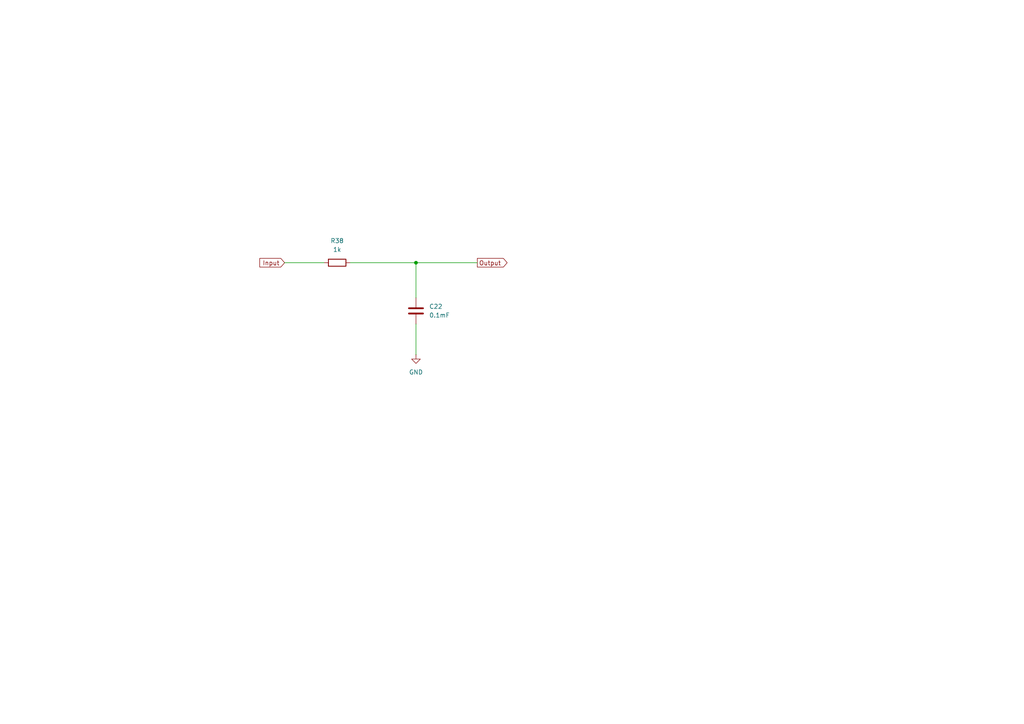
<source format=kicad_sch>
(kicad_sch (version 20231120) (generator "eeschema") (generator_version "8.0")
  (paper "A4")
  (title_block (company "Portland State University") (comment 1 "Open Source Hardware") (comment 2 "Design: Eric Sanman, Sierra Buckley, Chuong Vo, Chris Crider"))
  (lib_symbols
    (symbol "Device:C" (pin_numbers hide) (pin_names (offset 0.254))
      (property "Reference" "C" (at 0.635 2.54 0))
      (property "Value" "C" (at 0.635 -2.54 0))
      (symbol "C_0_1"
        (polyline (pts (xy -2.032 -0.762) (xy 2.032 -0.762)) (stroke (width 0.508)))
        (polyline (pts (xy -2.032 0.762) (xy 2.032 0.762)) (stroke (width 0.508)))
      )
      (symbol "C_1_1"
        (pin passive line (at 0 3.81 270) (length 2.794) (name "~") (number "1"))
        (pin passive line (at 0 -3.81 90) (length 2.794) (name "~") (number "2"))
      )
    )
    (symbol "Device:R" (pin_numbers hide) (pin_names (offset 0))
      (property "Reference" "R" (at 2.032 0 90))
      (property "Value" "R" (at 0 0 90))
      (symbol "R_0_1"
        (rectangle (start -1.016 -2.54) (end 1.016 2.54) (stroke (width 0.254)))
      )
      (symbol "R_1_1"
        (pin passive line (at 0 3.81 270) (length 1.27) (name "~") (number "1"))
        (pin passive line (at 0 -3.81 90) (length 1.27) (name "~") (number "2"))
      )
    )
    (symbol "power:GND" (power) (pin_numbers hide) (pin_names (offset 0) hide)
      (property "Value" "GND" (at 0 -3.81 0))
      (symbol "GND_0_1"
        (polyline (pts (xy 0 0) (xy 0 -1.27) (xy 1.27 -1.27) (xy 0 -2.54) (xy -1.27 -1.27) (xy 0 -1.27)))
      )
      (symbol "GND_1_1"
        (pin power_in line (at 0 0 270) (length 0) (name "~") (number "1"))
      )
    )
  )
  (junction (at 120.65 76.2))
  (wire (pts (xy 82.55 76.2) (xy 93.98 76.2)))
  (wire (pts (xy 120.65 76.2) (xy 138.43 76.2)))
  (wire (pts (xy 101.6 76.2) (xy 120.65 76.2)))
  (wire (pts (xy 120.65 93.98) (xy 120.65 102.87)))
  (wire (pts (xy 120.65 76.2) (xy 120.65 86.36)))
  (global_label "Input" (shape input) (at 82.55 76.2 180) (property "Intersheetrefs" "${INTERSHEET_REFS}" (effects (hide yes))))
  (global_label "Output" (shape output) (at 138.43 76.2 0) (property "Intersheetrefs" "${INTERSHEET_REFS}" (effects (hide yes))))
  (symbol (lib_id "power:GND") (at 120.65 102.87 0) (unit 1)
    (property "Reference" "#PWR023" (effects (hide yes)))
    (property "Value" "GND" (at 120.65 107.95 0))
    (property "Description" "Power symbol creates a global label with name \"GND\" , ground" (effects (hide yes)))
  )
  (symbol (lib_id "Device:C") (at 120.65 90.17 0) (unit 1)
    (property "Reference" "C22" (at 124.46 88.8999 0) (effects (justify left)))
    (property "Value" "0.1mF" (at 124.46 91.4399 0) (effects (justify left)))
    (property "Description" "Unpolarized capacitor" (effects (hide yes)))
  )
  (symbol (lib_id "Device:R") (at 97.79 76.2 90) (unit 1)
    (property "Reference" "R38" (at 97.79 69.85 90))
    (property "Value" "1k" (at 97.79 72.39 90))
    (property "Description" "Resistor" (effects (hide yes)))
  )
)
</source>
